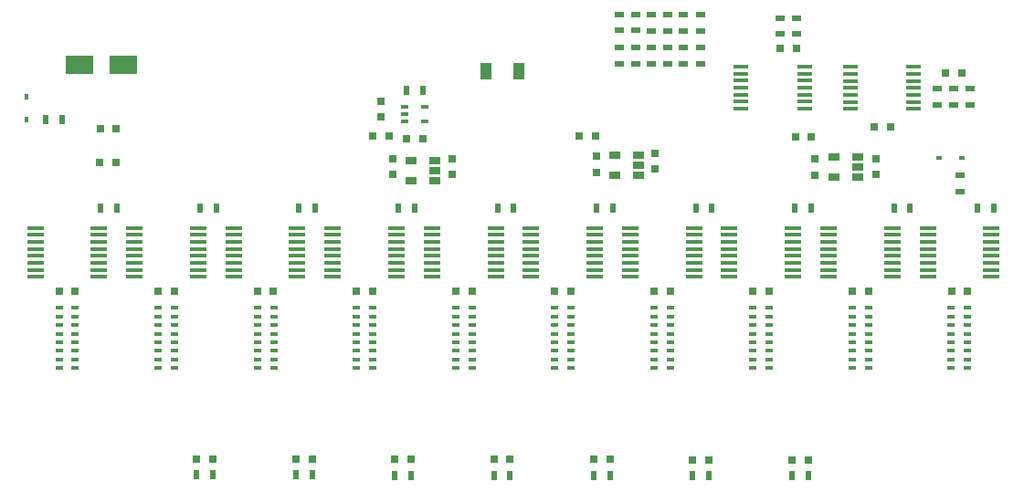
<source format=gbr>
G04 #@! TF.GenerationSoftware,KiCad,Pcbnew,(5.1.4)-1*
G04 #@! TF.CreationDate,2019-12-15T14:44:31-06:00*
G04 #@! TF.ProjectId,Incrementor,496e6372-656d-4656-9e74-6f722e6b6963,rev?*
G04 #@! TF.SameCoordinates,Original*
G04 #@! TF.FileFunction,Paste,Bot*
G04 #@! TF.FilePolarity,Positive*
%FSLAX46Y46*%
G04 Gerber Fmt 4.6, Leading zero omitted, Abs format (unit mm)*
G04 Created by KiCad (PCBNEW (5.1.4)-1) date 2019-12-15 14:44:31*
%MOMM*%
%LPD*%
G04 APERTURE LIST*
%ADD10R,1.450000X0.450000*%
%ADD11R,2.500000X1.800000*%
%ADD12R,0.900000X0.500000*%
%ADD13R,0.800000X0.750000*%
%ADD14R,1.060000X0.650000*%
%ADD15R,0.750000X0.800000*%
%ADD16R,0.650000X0.400000*%
%ADD17R,0.500000X0.900000*%
%ADD18R,1.000000X1.600000*%
%ADD19R,1.500000X0.450000*%
%ADD20R,0.760000X0.430000*%
%ADD21R,0.450000X0.600000*%
%ADD22R,0.600000X0.450000*%
G04 APERTURE END LIST*
D10*
X157661400Y-72638200D03*
X157661400Y-71988200D03*
X157661400Y-71338200D03*
X157661400Y-70688200D03*
X157661400Y-70038200D03*
X157661400Y-69388200D03*
X157661400Y-68738200D03*
X151761400Y-68738200D03*
X151761400Y-69388200D03*
X151761400Y-70038200D03*
X151761400Y-70688200D03*
X151761400Y-71338200D03*
X151761400Y-71988200D03*
X151761400Y-72638200D03*
D11*
X80359500Y-68580000D03*
X84359500Y-68580000D03*
D12*
X162890200Y-70751000D03*
X162890200Y-72251000D03*
X159842200Y-70751000D03*
X159842200Y-72251000D03*
X161366200Y-70751000D03*
X161366200Y-72251000D03*
D13*
X162116200Y-69265800D03*
X160616200Y-69265800D03*
D12*
X131851400Y-66966400D03*
X131851400Y-68466400D03*
X134823200Y-66966400D03*
X134823200Y-68466400D03*
X137922000Y-66966400D03*
X137922000Y-68466400D03*
X131851400Y-63860000D03*
X131851400Y-65360000D03*
X134823200Y-63867600D03*
X134823200Y-65367600D03*
X130378200Y-66966400D03*
X130378200Y-68466400D03*
X133324600Y-66966400D03*
X133324600Y-68466400D03*
X136296400Y-66966400D03*
X136296400Y-68466400D03*
X130378200Y-63860000D03*
X130378200Y-65360000D03*
X133324600Y-63867600D03*
X133324600Y-65367600D03*
D14*
X150221800Y-77068500D03*
X150221800Y-78968500D03*
X152421800Y-78968500D03*
X152421800Y-78018500D03*
X152421800Y-77068500D03*
X129925900Y-76901000D03*
X129925900Y-78801000D03*
X132125900Y-78801000D03*
X132125900Y-77851000D03*
X132125900Y-76901000D03*
X111079100Y-77409000D03*
X111079100Y-79309000D03*
X113279100Y-79309000D03*
X113279100Y-78359000D03*
X113279100Y-77409000D03*
D13*
X148158900Y-75272900D03*
X146658900Y-75272900D03*
X128143700Y-75120500D03*
X126643700Y-75120500D03*
D15*
X148513800Y-77291500D03*
X148513800Y-78791500D03*
X128231900Y-77037500D03*
X128231900Y-78537500D03*
X109385100Y-77228000D03*
X109385100Y-78728000D03*
X154127200Y-77228000D03*
X154127200Y-78728000D03*
X133692900Y-76720000D03*
X133692900Y-78220000D03*
X114846100Y-77228000D03*
X114846100Y-78728000D03*
D16*
X112329000Y-73763900D03*
X112329000Y-72463900D03*
X110429000Y-73113900D03*
X110429000Y-72463900D03*
X110429000Y-73763900D03*
D17*
X110629000Y-70891400D03*
X112129000Y-70891400D03*
D13*
X112129000Y-75387200D03*
X110629000Y-75387200D03*
D15*
X108254800Y-71906700D03*
X108254800Y-73406700D03*
D13*
X109004800Y-75133200D03*
X107504800Y-75133200D03*
D18*
X118032400Y-69164200D03*
X121032400Y-69164200D03*
D19*
X76226900Y-83665900D03*
X76226900Y-84315900D03*
X76226900Y-84965900D03*
X76226900Y-85615900D03*
X76226900Y-86265900D03*
X76226900Y-86915900D03*
X76226900Y-87565900D03*
X76226900Y-88215900D03*
X82126900Y-88215900D03*
X82126900Y-87565900D03*
X82126900Y-86915900D03*
X82126900Y-86265900D03*
X82126900Y-85615900D03*
X82126900Y-84965900D03*
X82126900Y-84315900D03*
X82126900Y-83665900D03*
X85416900Y-83665900D03*
X85416900Y-84315900D03*
X85416900Y-84965900D03*
X85416900Y-85615900D03*
X85416900Y-86265900D03*
X85416900Y-86915900D03*
X85416900Y-87565900D03*
X85416900Y-88215900D03*
X91316900Y-88215900D03*
X91316900Y-87565900D03*
X91316900Y-86915900D03*
X91316900Y-86265900D03*
X91316900Y-85615900D03*
X91316900Y-84965900D03*
X91316900Y-84315900D03*
X91316900Y-83665900D03*
X94606900Y-83665900D03*
X94606900Y-84315900D03*
X94606900Y-84965900D03*
X94606900Y-85615900D03*
X94606900Y-86265900D03*
X94606900Y-86915900D03*
X94606900Y-87565900D03*
X94606900Y-88215900D03*
X100506900Y-88215900D03*
X100506900Y-87565900D03*
X100506900Y-86915900D03*
X100506900Y-86265900D03*
X100506900Y-85615900D03*
X100506900Y-84965900D03*
X100506900Y-84315900D03*
X100506900Y-83665900D03*
X103796900Y-83665900D03*
X103796900Y-84315900D03*
X103796900Y-84965900D03*
X103796900Y-85615900D03*
X103796900Y-86265900D03*
X103796900Y-86915900D03*
X103796900Y-87565900D03*
X103796900Y-88215900D03*
X109696900Y-88215900D03*
X109696900Y-87565900D03*
X109696900Y-86915900D03*
X109696900Y-86265900D03*
X109696900Y-85615900D03*
X109696900Y-84965900D03*
X109696900Y-84315900D03*
X109696900Y-83665900D03*
X112986900Y-83665900D03*
X112986900Y-84315900D03*
X112986900Y-84965900D03*
X112986900Y-85615900D03*
X112986900Y-86265900D03*
X112986900Y-86915900D03*
X112986900Y-87565900D03*
X112986900Y-88215900D03*
X118886900Y-88215900D03*
X118886900Y-87565900D03*
X118886900Y-86915900D03*
X118886900Y-86265900D03*
X118886900Y-85615900D03*
X118886900Y-84965900D03*
X118886900Y-84315900D03*
X118886900Y-83665900D03*
X122176900Y-83665900D03*
X122176900Y-84315900D03*
X122176900Y-84965900D03*
X122176900Y-85615900D03*
X122176900Y-86265900D03*
X122176900Y-86915900D03*
X122176900Y-87565900D03*
X122176900Y-88215900D03*
X128076900Y-88215900D03*
X128076900Y-87565900D03*
X128076900Y-86915900D03*
X128076900Y-86265900D03*
X128076900Y-85615900D03*
X128076900Y-84965900D03*
X128076900Y-84315900D03*
X128076900Y-83665900D03*
X131366900Y-83665900D03*
X131366900Y-84315900D03*
X131366900Y-84965900D03*
X131366900Y-85615900D03*
X131366900Y-86265900D03*
X131366900Y-86915900D03*
X131366900Y-87565900D03*
X131366900Y-88215900D03*
X137266900Y-88215900D03*
X137266900Y-87565900D03*
X137266900Y-86915900D03*
X137266900Y-86265900D03*
X137266900Y-85615900D03*
X137266900Y-84965900D03*
X137266900Y-84315900D03*
X137266900Y-83665900D03*
X140556900Y-83665900D03*
X140556900Y-84315900D03*
X140556900Y-84965900D03*
X140556900Y-85615900D03*
X140556900Y-86265900D03*
X140556900Y-86915900D03*
X140556900Y-87565900D03*
X140556900Y-88215900D03*
X146456900Y-88215900D03*
X146456900Y-87565900D03*
X146456900Y-86915900D03*
X146456900Y-86265900D03*
X146456900Y-85615900D03*
X146456900Y-84965900D03*
X146456900Y-84315900D03*
X146456900Y-83665900D03*
X149746900Y-83665900D03*
X149746900Y-84315900D03*
X149746900Y-84965900D03*
X149746900Y-85615900D03*
X149746900Y-86265900D03*
X149746900Y-86915900D03*
X149746900Y-87565900D03*
X149746900Y-88215900D03*
X155646900Y-88215900D03*
X155646900Y-87565900D03*
X155646900Y-86915900D03*
X155646900Y-86265900D03*
X155646900Y-85615900D03*
X155646900Y-84965900D03*
X155646900Y-84315900D03*
X155646900Y-83665900D03*
D17*
X83800400Y-81876900D03*
X82300400Y-81876900D03*
X92990400Y-81876900D03*
X91490400Y-81876900D03*
X102180400Y-81876900D03*
X100680400Y-81876900D03*
X111370400Y-81876900D03*
X109870400Y-81876900D03*
X120560400Y-81876900D03*
X119060400Y-81876900D03*
X129750400Y-81876900D03*
X128250400Y-81876900D03*
X138940400Y-81876900D03*
X137440400Y-81876900D03*
X148130400Y-81876900D03*
X146630400Y-81876900D03*
X157320400Y-81876900D03*
X155820400Y-81876900D03*
D20*
X79936900Y-91878400D03*
X79936900Y-91078400D03*
X79936900Y-96678400D03*
X79936900Y-95878400D03*
X78416900Y-95878400D03*
X78416900Y-96678400D03*
X78416900Y-91078400D03*
X78416900Y-91878400D03*
X79936900Y-95078400D03*
X79936900Y-92678400D03*
X78416900Y-92678400D03*
X78416900Y-95078400D03*
X79936900Y-93478400D03*
X78416900Y-93478400D03*
X79936900Y-94278400D03*
X78416900Y-94278400D03*
X89126900Y-91878400D03*
X89126900Y-91078400D03*
X89126900Y-96678400D03*
X89126900Y-95878400D03*
X87606900Y-95878400D03*
X87606900Y-96678400D03*
X87606900Y-91078400D03*
X87606900Y-91878400D03*
X89126900Y-95078400D03*
X89126900Y-92678400D03*
X87606900Y-92678400D03*
X87606900Y-95078400D03*
X89126900Y-93478400D03*
X87606900Y-93478400D03*
X89126900Y-94278400D03*
X87606900Y-94278400D03*
X98316900Y-91878400D03*
X98316900Y-91078400D03*
X98316900Y-96678400D03*
X98316900Y-95878400D03*
X96796900Y-95878400D03*
X96796900Y-96678400D03*
X96796900Y-91078400D03*
X96796900Y-91878400D03*
X98316900Y-95078400D03*
X98316900Y-92678400D03*
X96796900Y-92678400D03*
X96796900Y-95078400D03*
X98316900Y-93478400D03*
X96796900Y-93478400D03*
X98316900Y-94278400D03*
X96796900Y-94278400D03*
X107506900Y-91878400D03*
X107506900Y-91078400D03*
X107506900Y-96678400D03*
X107506900Y-95878400D03*
X105986900Y-95878400D03*
X105986900Y-96678400D03*
X105986900Y-91078400D03*
X105986900Y-91878400D03*
X107506900Y-95078400D03*
X107506900Y-92678400D03*
X105986900Y-92678400D03*
X105986900Y-95078400D03*
X107506900Y-93478400D03*
X105986900Y-93478400D03*
X107506900Y-94278400D03*
X105986900Y-94278400D03*
X116696900Y-91878400D03*
X116696900Y-91078400D03*
X116696900Y-96678400D03*
X116696900Y-95878400D03*
X115176900Y-95878400D03*
X115176900Y-96678400D03*
X115176900Y-91078400D03*
X115176900Y-91878400D03*
X116696900Y-95078400D03*
X116696900Y-92678400D03*
X115176900Y-92678400D03*
X115176900Y-95078400D03*
X116696900Y-93478400D03*
X115176900Y-93478400D03*
X116696900Y-94278400D03*
X115176900Y-94278400D03*
X125886900Y-91878400D03*
X125886900Y-91078400D03*
X125886900Y-96678400D03*
X125886900Y-95878400D03*
X124366900Y-95878400D03*
X124366900Y-96678400D03*
X124366900Y-91078400D03*
X124366900Y-91878400D03*
X125886900Y-95078400D03*
X125886900Y-92678400D03*
X124366900Y-92678400D03*
X124366900Y-95078400D03*
X125886900Y-93478400D03*
X124366900Y-93478400D03*
X125886900Y-94278400D03*
X124366900Y-94278400D03*
X135076900Y-91878400D03*
X135076900Y-91078400D03*
X135076900Y-96678400D03*
X135076900Y-95878400D03*
X133556900Y-95878400D03*
X133556900Y-96678400D03*
X133556900Y-91078400D03*
X133556900Y-91878400D03*
X135076900Y-95078400D03*
X135076900Y-92678400D03*
X133556900Y-92678400D03*
X133556900Y-95078400D03*
X135076900Y-93478400D03*
X133556900Y-93478400D03*
X135076900Y-94278400D03*
X133556900Y-94278400D03*
X144266900Y-91878400D03*
X144266900Y-91078400D03*
X144266900Y-96678400D03*
X144266900Y-95878400D03*
X142746900Y-95878400D03*
X142746900Y-96678400D03*
X142746900Y-91078400D03*
X142746900Y-91878400D03*
X144266900Y-95078400D03*
X144266900Y-92678400D03*
X142746900Y-92678400D03*
X142746900Y-95078400D03*
X144266900Y-93478400D03*
X142746900Y-93478400D03*
X144266900Y-94278400D03*
X142746900Y-94278400D03*
X153456900Y-91878400D03*
X153456900Y-91078400D03*
X153456900Y-96678400D03*
X153456900Y-95878400D03*
X151936900Y-95878400D03*
X151936900Y-96678400D03*
X151936900Y-91078400D03*
X151936900Y-91878400D03*
X153456900Y-95078400D03*
X153456900Y-92678400D03*
X151936900Y-92678400D03*
X151936900Y-95078400D03*
X153456900Y-93478400D03*
X151936900Y-93478400D03*
X153456900Y-94278400D03*
X151936900Y-94278400D03*
D13*
X78426900Y-89560400D03*
X79926900Y-89560400D03*
X87616900Y-89560400D03*
X89116900Y-89560400D03*
X96806900Y-89560400D03*
X98306900Y-89560400D03*
X105996900Y-89560400D03*
X107496900Y-89560400D03*
X115186900Y-89560400D03*
X116686900Y-89560400D03*
X124376900Y-89560400D03*
X125876900Y-89560400D03*
X133566900Y-89560400D03*
X135066900Y-89560400D03*
X142756900Y-89560400D03*
X144256900Y-89560400D03*
X151946900Y-89560400D03*
X153446900Y-89560400D03*
D19*
X164836900Y-83665900D03*
X164836900Y-84315900D03*
X164836900Y-84965900D03*
X164836900Y-85615900D03*
X164836900Y-86265900D03*
X164836900Y-86915900D03*
X164836900Y-87565900D03*
X164836900Y-88215900D03*
X158936900Y-88215900D03*
X158936900Y-87565900D03*
X158936900Y-86915900D03*
X158936900Y-86265900D03*
X158936900Y-85615900D03*
X158936900Y-84965900D03*
X158936900Y-84315900D03*
X158936900Y-83665900D03*
D10*
X141652200Y-72612800D03*
X141652200Y-71962800D03*
X141652200Y-71312800D03*
X141652200Y-70662800D03*
X141652200Y-70012800D03*
X141652200Y-69362800D03*
X141652200Y-68712800D03*
X147552200Y-68712800D03*
X147552200Y-69362800D03*
X147552200Y-70012800D03*
X147552200Y-70662800D03*
X147552200Y-71312800D03*
X147552200Y-71962800D03*
X147552200Y-72612800D03*
D20*
X161126900Y-94278400D03*
X162646900Y-94278400D03*
X161126900Y-93478400D03*
X162646900Y-93478400D03*
X161126900Y-95078400D03*
X161126900Y-92678400D03*
X162646900Y-92678400D03*
X162646900Y-95078400D03*
X161126900Y-91878400D03*
X161126900Y-91078400D03*
X161126900Y-96678400D03*
X161126900Y-95878400D03*
X162646900Y-95878400D03*
X162646900Y-96678400D03*
X162646900Y-91078400D03*
X162646900Y-91878400D03*
D17*
X77177200Y-73609200D03*
X78677200Y-73609200D03*
X165062600Y-81876900D03*
X163562600Y-81876900D03*
D12*
X161950400Y-78802800D03*
X161950400Y-80302800D03*
D17*
X147879500Y-106629200D03*
X146379500Y-106629200D03*
X111062200Y-106603800D03*
X109562200Y-106603800D03*
X120218900Y-106603800D03*
X118718900Y-106603800D03*
X138659300Y-106629200D03*
X137159300Y-106629200D03*
X101892800Y-106578400D03*
X100392800Y-106578400D03*
X129489900Y-106616500D03*
X127989900Y-106616500D03*
X92685300Y-106540300D03*
X91185300Y-106540300D03*
D12*
X136296400Y-65367600D03*
X136296400Y-63867600D03*
X137922000Y-65367600D03*
X137922000Y-63867600D03*
X145288000Y-65697800D03*
X145288000Y-64197800D03*
X146812000Y-65697800D03*
X146812000Y-64197800D03*
D21*
X75438000Y-71492400D03*
X75438000Y-73592400D03*
D22*
X159986000Y-77216000D03*
X162086000Y-77216000D03*
D13*
X162636900Y-89560400D03*
X161136900Y-89560400D03*
X83685300Y-77584300D03*
X82185300Y-77584300D03*
X147879500Y-105168700D03*
X146379500Y-105168700D03*
X111062200Y-105143300D03*
X109562200Y-105143300D03*
X120218900Y-105143300D03*
X118718900Y-105143300D03*
X138659300Y-105168700D03*
X137159300Y-105168700D03*
X101892800Y-105117900D03*
X100392800Y-105117900D03*
X83731800Y-74460100D03*
X82231800Y-74460100D03*
X129489900Y-105156000D03*
X127989900Y-105156000D03*
X92682800Y-105079800D03*
X91182800Y-105079800D03*
X145274600Y-66979800D03*
X146774600Y-66979800D03*
X155461400Y-74295000D03*
X153961400Y-74295000D03*
M02*

</source>
